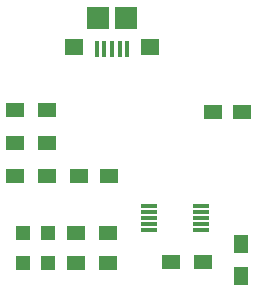
<source format=gtp>
G04 #@! TF.FileFunction,Paste,Top*
%FSLAX46Y46*%
G04 Gerber Fmt 4.6, Leading zero omitted, Abs format (unit mm)*
G04 Created by KiCad (PCBNEW 4.0.2-stable) date Tuesday, November 15, 2016 'AMt' 11:42:37 AM*
%MOMM*%
G01*
G04 APERTURE LIST*
%ADD10C,0.100000*%
%ADD11R,1.198880X1.198880*%
%ADD12R,1.500000X1.300000*%
%ADD13R,1.300000X1.500000*%
%ADD14R,1.400000X0.300000*%
%ADD15R,1.500000X1.250000*%
%ADD16R,0.400000X1.350000*%
%ADD17R,1.600000X1.400000*%
%ADD18R,1.900000X1.900000*%
G04 APERTURE END LIST*
D10*
D11*
X140809980Y-103505000D03*
X142908020Y-103505000D03*
X140809980Y-106045000D03*
X142908020Y-106045000D03*
D12*
X142828000Y-98679000D03*
X140128000Y-98679000D03*
X142828000Y-95885000D03*
X140128000Y-95885000D03*
X142828000Y-93091000D03*
X140128000Y-93091000D03*
X145335000Y-103505000D03*
X148035000Y-103505000D03*
X145335000Y-106045000D03*
X148035000Y-106045000D03*
D13*
X159258000Y-104441000D03*
X159258000Y-107141000D03*
D12*
X156036000Y-105918000D03*
X153336000Y-105918000D03*
D14*
X151470000Y-101235000D03*
X151470000Y-101735000D03*
X151470000Y-102235000D03*
X151470000Y-102735000D03*
X151470000Y-103235000D03*
X155870000Y-103235000D03*
X155870000Y-102735000D03*
X155870000Y-102235000D03*
X155870000Y-101735000D03*
X155870000Y-101235000D03*
D15*
X145562000Y-98679000D03*
X148062000Y-98679000D03*
X159365000Y-93218000D03*
X156865000Y-93218000D03*
D16*
X148336000Y-87942800D03*
X147686000Y-87942800D03*
X147036000Y-87942800D03*
X148986000Y-87942800D03*
X149636000Y-87942800D03*
D17*
X151536000Y-87717800D03*
X145136000Y-87717800D03*
D18*
X149536000Y-85267800D03*
X147136000Y-85267800D03*
M02*

</source>
